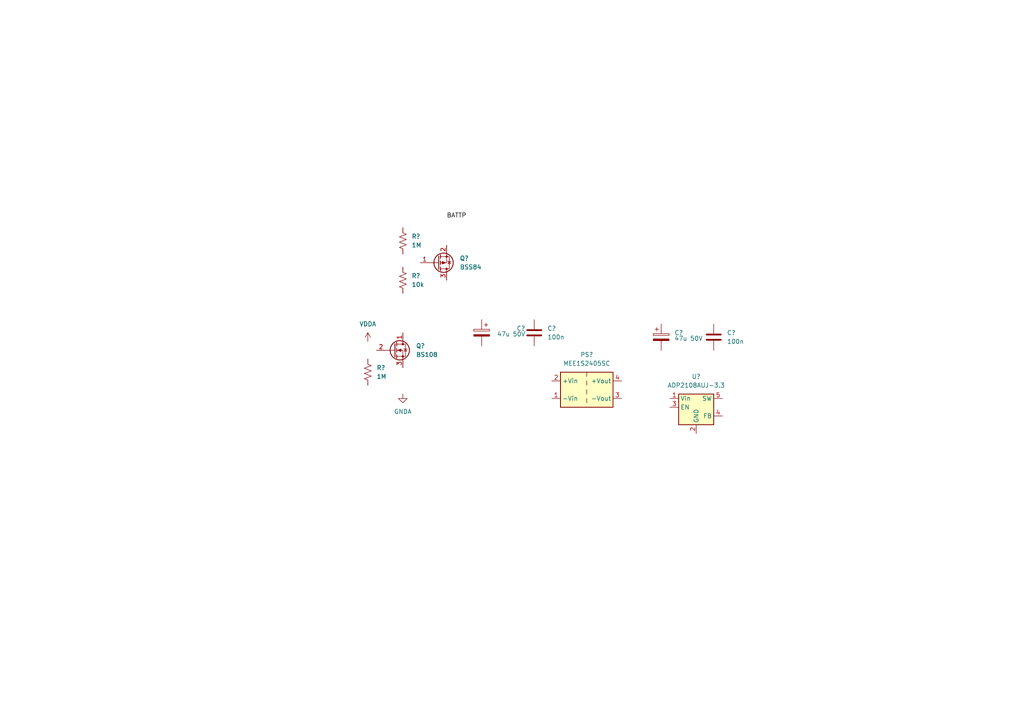
<source format=kicad_sch>
(kicad_sch (version 20211123) (generator eeschema)
  (paper "A4")
  (lib_symbols
    (symbol "Converter_DCDC:MEE1S2405SC"
      (property "Reference" "PS" (at -7.62 6.35 0))
      (property "Value" "MEE1S2405SC" (at 1.27 6.35 0))
      (symbol "MEE1S2405SC_0_0"
        (pin power_in line (at -10.16 -2.54 0) (length 2.54) (name "-Vin") (number "1"))
        (pin power_in line (at -10.16 2.54 0) (length 2.54) (name "+Vin") (number "2"))
        (pin power_out line (at 10.16 -2.54 180) (length 2.54) (name "-Vout") (number "3"))
        (pin power_out line (at 10.16 2.54 180) (length 2.54) (name "+Vout") (number "4"))
      )
      (symbol "MEE1S2405SC_0_1"
        (rectangle (start -7.62 5.08) (end 7.62 -5.08) (stroke (width 0.254)) (fill (type background)))
        (polyline (pts (xy 0 -2.54) (xy 0 -3.81)))
        (polyline (pts (xy 0 0) (xy 0 -1.27)))
        (polyline (pts (xy 0 2.54) (xy 0 1.27)))
        (polyline (pts (xy 0 5.08) (xy 0 3.81)))
      )
    )
    (symbol "Device:C" (pin_numbers hide) (pin_names (offset 0.254))
      (property "Reference" "C" (at 0.635 2.54 0))
      (property "Value" "C" (at 0.635 -2.54 0))
      (symbol "C_0_1"
        (polyline (pts (xy -2.032 -0.762) (xy 2.032 -0.762)) (stroke (width 0.508)))
        (polyline (pts (xy -2.032 0.762) (xy 2.032 0.762)) (stroke (width 0.508)))
      )
      (symbol "C_1_1"
        (pin passive line (at 0 3.81 270) (length 2.794) (name "~") (number "1"))
        (pin passive line (at 0 -3.81 90) (length 2.794) (name "~") (number "2"))
      )
    )
    (symbol "Device:C_Polarized" (pin_numbers hide) (pin_names (offset 0.254))
      (property "Reference" "C" (at 0.635 2.54 0))
      (property "Value" "C_Polarized" (at 0.635 -2.54 0))
      (symbol "C_Polarized_0_1"
        (rectangle (start -2.286 0.508) (end 2.286 1.016))
        (polyline (pts (xy -1.778 2.286) (xy -0.762 2.286)))
        (polyline (pts (xy -1.27 2.794) (xy -1.27 1.778)))
        (rectangle (start 2.286 -0.508) (end -2.286 -1.016) (fill (type outline)))
      )
      (symbol "C_Polarized_1_1"
        (pin passive line (at 0 3.81 270) (length 2.794) (name "~") (number "1"))
        (pin passive line (at 0 -3.81 90) (length 2.794) (name "~") (number "2"))
      )
    )
    (symbol "Device:R_US" (pin_numbers hide) (pin_names (offset 0))
      (property "Reference" "R" (at 2.54 0 90))
      (property "Value" "R_US" (at -2.54 0 90))
      (symbol "R_US_0_1"
        (polyline (pts (xy 0 -2.286) (xy 0 -2.54)))
        (polyline (pts (xy 0 2.286) (xy 0 2.54)))
        (polyline (pts (xy 0 -0.762) (xy 1.016 -1.143) (xy 0 -1.524) (xy -1.016 -1.905) (xy 0 -2.286)))
        (polyline (pts (xy 0 0.762) (xy 1.016 0.381) (xy 0 0) (xy -1.016 -0.381) (xy 0 -0.762)))
        (polyline (pts (xy 0 2.286) (xy 1.016 1.905) (xy 0 1.524) (xy -1.016 1.143) (xy 0 0.762)))
      )
      (symbol "R_US_1_1"
        (pin passive line (at 0 3.81 270) (length 1.27) (name "~") (number "1"))
        (pin passive line (at 0 -3.81 90) (length 1.27) (name "~") (number "2"))
      )
    )
    (symbol "Regulator_Switching:ADP2108AUJ-3.3"
      (property "Reference" "U" (at -5.08 5.08 0))
      (property "Value" "ADP2108AUJ-3.3" (at 0 5.08 0))
      (symbol "ADP2108AUJ-3.3_0_1"
        (rectangle (start -5.08 3.81) (end 5.08 -5.08) (stroke (width 0.254)) (fill (type background)))
      )
      (symbol "ADP2108AUJ-3.3_1_1"
        (pin power_in line (at -7.62 2.54 0) (length 2.54) (name "Vin") (number "1"))
        (pin power_in line (at 0 -7.62 90) (length 2.54) (name "GND") (number "2"))
        (pin input line (at -7.62 0 0) (length 2.54) (name "EN") (number "3"))
        (pin input line (at 7.62 -2.54 180) (length 2.54) (name "FB") (number "4"))
        (pin input line (at 7.62 2.54 180) (length 2.54) (name "SW") (number "5"))
      )
    )
    (symbol "Transistor_FET:BS108" (pin_names hide)
      (property "Reference" "Q" (at 5.08 1.905 0))
      (property "Value" "BS108" (at 5.08 0 0))
      (symbol "BS108_0_1"
        (polyline (pts (xy 0.254 0) (xy -2.54 0)))
        (polyline (pts (xy 0.254 1.905) (xy 0.254 -1.905)) (stroke (width 0.254)))
        (polyline (pts (xy 0.762 -1.27) (xy 0.762 -2.286)) (stroke (width 0.254)))
        (polyline (pts (xy 0.762 0.508) (xy 0.762 -0.508)) (stroke (width 0.254)))
        (polyline (pts (xy 0.762 2.286) (xy 0.762 1.27)) (stroke (width 0.254)))
        (polyline (pts (xy 2.54 2.54) (xy 2.54 1.778)))
        (polyline (pts (xy 2.54 -2.54) (xy 2.54 0) (xy 0.762 0)))
        (polyline (pts (xy 0.762 -1.778) (xy 3.302 -1.778) (xy 3.302 1.778) (xy 0.762 1.778)))
        (polyline (pts (xy 1.016 0) (xy 2.032 0.381) (xy 2.032 -0.381) (xy 1.016 0)) (fill (type outline)))
        (polyline (pts (xy 2.794 0.508) (xy 2.921 0.381) (xy 3.683 0.381) (xy 3.81 0.254)))
        (polyline (pts (xy 3.302 0.381) (xy 2.921 -0.254) (xy 3.683 -0.254) (xy 3.302 0.381)))
        (circle (center 1.651 0) (radius 2.794) (stroke (width 0.254)))
        (circle (center 2.54 -1.778) (radius 0.254) (fill (type outline)))
        (circle (center 2.54 1.778) (radius 0.254) (fill (type outline)))
      )
      (symbol "BS108_1_1"
        (pin passive line (at 2.54 5.08 270) (length 2.54) (name "D") (number "1"))
        (pin input line (at -5.08 0 0) (length 2.54) (name "G") (number "2"))
        (pin passive line (at 2.54 -5.08 90) (length 2.54) (name "S") (number "3"))
      )
    )
    (symbol "Transistor_FET:BSS84" (pin_names hide)
      (property "Reference" "Q" (at 5.08 1.905 0))
      (property "Value" "BSS84" (at 5.08 0 0))
      (symbol "BSS84_0_1"
        (polyline (pts (xy 0.254 0) (xy -2.54 0)))
        (polyline (pts (xy 0.254 1.905) (xy 0.254 -1.905)) (stroke (width 0.254)))
        (polyline (pts (xy 0.762 -1.27) (xy 0.762 -2.286)) (stroke (width 0.254)))
        (polyline (pts (xy 0.762 0.508) (xy 0.762 -0.508)) (stroke (width 0.254)))
        (polyline (pts (xy 0.762 2.286) (xy 0.762 1.27)) (stroke (width 0.254)))
        (polyline (pts (xy 2.54 2.54) (xy 2.54 1.778)))
        (polyline (pts (xy 2.54 -2.54) (xy 2.54 0) (xy 0.762 0)))
        (polyline (pts (xy 0.762 1.778) (xy 3.302 1.778) (xy 3.302 -1.778) (xy 0.762 -1.778)))
        (polyline (pts (xy 2.286 0) (xy 1.27 0.381) (xy 1.27 -0.381) (xy 2.286 0)) (fill (type outline)))
        (polyline (pts (xy 2.794 -0.508) (xy 2.921 -0.381) (xy 3.683 -0.381) (xy 3.81 -0.254)))
        (polyline (pts (xy 3.302 -0.381) (xy 2.921 0.254) (xy 3.683 0.254) (xy 3.302 -0.381)))
        (circle (center 1.651 0) (radius 2.794) (stroke (width 0.254)))
        (circle (center 2.54 -1.778) (radius 0.254) (fill (type outline)))
        (circle (center 2.54 1.778) (radius 0.254) (fill (type outline)))
      )
      (symbol "BSS84_1_1"
        (pin input line (at -5.08 0 0) (length 2.54) (name "G") (number "1"))
        (pin passive line (at 2.54 -5.08 90) (length 2.54) (name "S") (number "2"))
        (pin passive line (at 2.54 5.08 270) (length 2.54) (name "D") (number "3"))
      )
    )
    (symbol "power:GNDA" (power) (pin_names (offset 0))
      (property "Value" "GNDA" (at 0 -3.81 0))
      (symbol "GNDA_0_1"
        (polyline (pts (xy 0 0) (xy 0 -1.27) (xy 1.27 -1.27) (xy 0 -2.54) (xy -1.27 -1.27) (xy 0 -1.27)))
      )
      (symbol "GNDA_1_1"
        (pin power_in line (at 0 0 270) (length 0) hide (name "GNDA") (number "1"))
      )
    )
    (symbol "power:VDDA" (power) (pin_names (offset 0))
      (property "Value" "VDDA" (at 0 3.81 0))
      (symbol "VDDA_0_1"
        (polyline (pts (xy -0.762 1.27) (xy 0 2.54)))
        (polyline (pts (xy 0 0) (xy 0 2.54)))
        (polyline (pts (xy 0 2.54) (xy 0.762 1.27)))
      )
      (symbol "VDDA_1_1"
        (pin power_in line (at 0 0 90) (length 0) hide (name "VDDA") (number "1"))
      )
    )
  )
  (label "BATTP" (at 129.54 63.5 0))
  (symbol (lib_id "Device:R_US") (at 116.84 81.28 180) (unit 1)
    (property "Reference" "R?" (at 119.38 80.0099 0) (effects (justify right)))
    (property "Value" "10k" (at 119.38 82.5499 0) (effects (justify right)))
  )
  (symbol (lib_id "Transistor_FET:BSS84") (at 127 76.2 0) (mirror x) (unit 1)
    (property "Reference" "Q?" (at 133.35 74.9299 0) (effects (justify left)))
    (property "Value" "BSS84" (at 133.35 77.4699 0) (effects (justify left)))
    (property "Footprint" "Package_TO_SOT_SMD:SOT-23" (effects hide))
    (property "Datasheet" "http://assets.nexperia.com/documents/data-sheet/BSS84.pdf" (effects hide))
  )
  (symbol (lib_id "power:VDDA") (at 106.68 99.06 0) (unit 1)
    (property "Reference" "#PWR?" (effects hide))
    (property "Value" "VDDA" (at 106.68 93.98 0))
  )
  (symbol (lib_id "Converter_DCDC:MEE1S2405SC") (at 170.18 113.03 0) (unit 1)
    (property "Reference" "PS?" (at 170.18 102.87 0))
    (property "Value" "MEE1S2405SC" (at 170.18 105.41 0))
    (property "Footprint" "Converter_DCDC:Converter_DCDC_Murata_MEE1SxxxxSC_THT" (effects hide))
    (property "Datasheet" "https://power.murata.com/pub/data/power/ncl/kdc_mee1.pdf" (effects hide))
  )
  (symbol (lib_id "Device:R_US") (at 106.68 107.95 180) (unit 1)
    (property "Reference" "R?" (at 109.22 106.6799 0) (effects (justify right)))
    (property "Value" "1M" (at 109.22 109.2199 0) (effects (justify right)))
  )
  (symbol (lib_id "Device:C") (at 207.01 97.79 0) (unit 1)
    (property "Reference" "C?" (at 210.82 96.5199 0) (effects (justify left)))
    (property "Value" "100n" (at 210.82 99.0599 0) (effects (justify left)))
  )
  (symbol (lib_id "Device:C_Polarized") (at 191.77 97.79 0) (unit 1)
    (property "Reference" "C?" (at 195.58 96.52 0) (effects (justify left)))
    (property "Value" "47u 50V" (at 195.58 98.1709 0) (effects (justify left)))
    (property "Footprint" "Capacitor_THT:CP_Radial_D8.0mm_P3.50mm" (effects hide))
    (property "part_number" "ECA-1HM101BJ" (effects hide))
  )
  (symbol (lib_id "Device:R_US") (at 116.84 69.85 180) (unit 1)
    (property "Reference" "R?" (at 119.38 68.5799 0) (effects (justify right)))
    (property "Value" "1M" (at 119.38 71.1199 0) (effects (justify right)))
  )
  (symbol (lib_id "Device:C") (at 154.94 96.52 0) (unit 1)
    (property "Reference" "C?" (at 158.75 95.2499 0) (effects (justify left)))
    (property "Value" "100n" (at 158.75 97.7899 0) (effects (justify left)))
  )
  (symbol (lib_id "Regulator_Switching:ADP2108AUJ-3.3") (at 201.93 118.11 0) (unit 1)
    (property "Reference" "U?" (at 201.93 109.22 0))
    (property "Value" "ADP2108AUJ-3.3" (at 201.93 111.76 0))
    (property "Footprint" "Package_TO_SOT_SMD:TSOT-23-5" (effects hide))
    (property "Datasheet" "https://www.analog.com/media/en/technical-documentation/data-sheets/ADP2108.pdf" (effects hide))
  )
  (symbol (lib_id "Device:C_Polarized") (at 139.7 96.52 0) (mirror y) (unit 1)
    (property "Reference" "C?" (at 152.4 95.25 0) (effects (justify left)))
    (property "Value" "47u 50V" (at 152.4 96.9009 0) (effects (justify left)))
    (property "Footprint" "Capacitor_THT:CP_Radial_D8.0mm_P3.50mm" (effects hide))
    (property "part_number" "ECA-1HM101BJ" (effects hide))
  )
  (symbol (lib_id "Transistor_FET:BS108") (at 114.3 101.6 0) (unit 1)
    (property "Reference" "Q?" (at 120.65 100.3299 0) (effects (justify left)))
    (property "Value" "BS108" (at 120.65 102.8699 0) (effects (justify left)))
    (property "Footprint" "Package_TO_SOT_THT:TO-92_Inline" (effects hide))
    (property "Datasheet" "http://www.redrok.com/MOSFET_BS108_200V_250mA_8O_Vth1.5_TO-92.PDF" (effects hide))
  )
  (symbol (lib_id "power:GNDA") (at 116.84 114.3 0) (unit 1)
    (property "Reference" "#PWR?" (effects hide))
    (property "Value" "GNDA" (at 116.84 119.38 0))
  )
)
</source>
